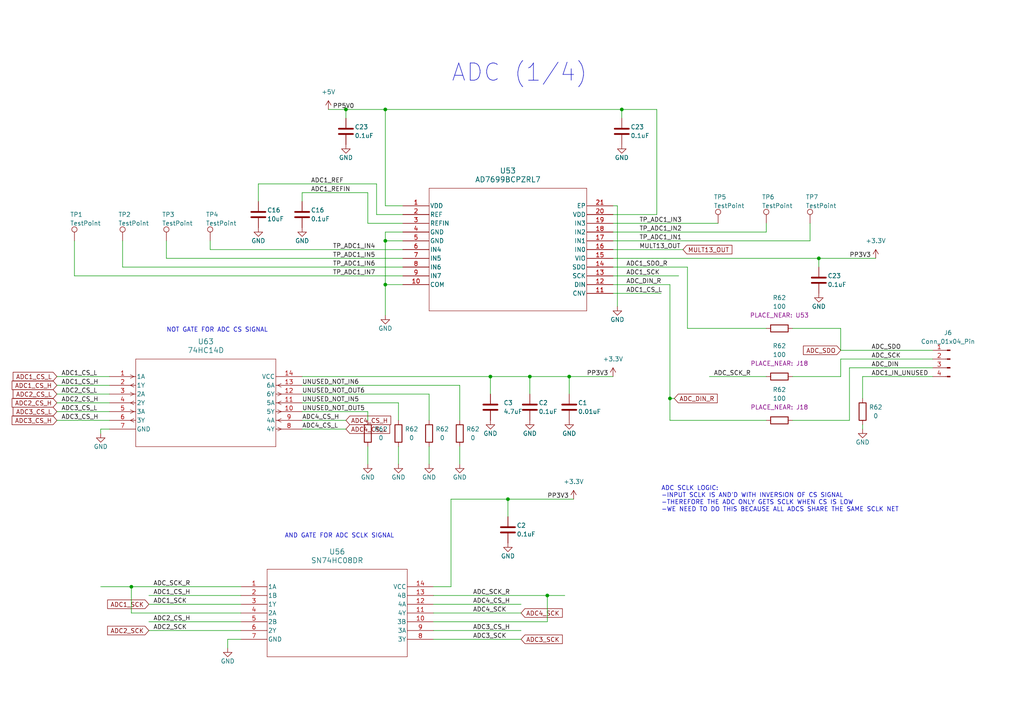
<source format=kicad_sch>
(kicad_sch (version 20230121) (generator eeschema)
  (paper "A4")
  (lib_symbols
    (symbol "74HC14D:74HC14D" (pin_names (offset 0.254))
      (property "Reference" "U" (at 27.94 10.16 0))
      (property "Value" "74HC14D" (at 27.94 7.62 0))
      (symbol "74HC14D_0_1"
        (polyline (pts (xy 7.0993 -13.2207) (xy 6.0579 -12.7)) (stroke (width 0.127)))
        (polyline (pts (xy 7.0993 -12.1793) (xy 6.0579 -12.7)) (stroke (width 0.127)))
        (polyline (pts (xy 7.0993 -10.16) (xy 6.0579 -10.6807)) (stroke (width 0.127)))
        (polyline (pts (xy 7.0993 -10.16) (xy 6.0579 -9.6393)) (stroke (width 0.127)))
        (polyline (pts (xy 7.0993 -8.1407) (xy 6.0579 -7.62)) (stroke (width 0.127)))
        (polyline (pts (xy 7.0993 -7.0993) (xy 6.0579 -7.62)) (stroke (width 0.127)))
        (polyline (pts (xy 7.0993 -5.08) (xy 6.0579 -5.6007)) (stroke (width 0.127)))
        (polyline (pts (xy 7.0993 -5.08) (xy 6.0579 -4.5593)) (stroke (width 0.127)))
        (polyline (pts (xy 7.0993 -3.0607) (xy 6.0579 -2.54)) (stroke (width 0.127)))
        (polyline (pts (xy 7.0993 -2.0193) (xy 6.0579 -2.54)) (stroke (width 0.127)))
        (polyline (pts (xy 7.0993 0) (xy 6.0579 -0.5207)) (stroke (width 0.127)))
        (polyline (pts (xy 7.0993 0) (xy 6.0579 0.5207)) (stroke (width 0.127)))
        (polyline (pts (xy 7.62 -20.32) (xy 48.26 -20.32)) (stroke (width 0.127)))
        (polyline (pts (xy 7.62 5.08) (xy 7.62 -20.32)) (stroke (width 0.127)))
        (polyline (pts (xy 48.26 -20.32) (xy 48.26 5.08)) (stroke (width 0.127)))
        (polyline (pts (xy 48.26 5.08) (xy 7.62 5.08)) (stroke (width 0.127)))
        (polyline (pts (xy 48.7807 -15.7607) (xy 49.8221 -15.24)) (stroke (width 0.127)))
        (polyline (pts (xy 48.7807 -14.7193) (xy 49.8221 -15.24)) (stroke (width 0.127)))
        (polyline (pts (xy 48.7807 -12.7) (xy 49.8221 -13.2207)) (stroke (width 0.127)))
        (polyline (pts (xy 48.7807 -12.7) (xy 49.8221 -12.1793)) (stroke (width 0.127)))
        (polyline (pts (xy 48.7807 -10.6807) (xy 49.8221 -10.16)) (stroke (width 0.127)))
        (polyline (pts (xy 48.7807 -9.6393) (xy 49.8221 -10.16)) (stroke (width 0.127)))
        (polyline (pts (xy 48.7807 -7.62) (xy 49.8221 -8.1407)) (stroke (width 0.127)))
        (polyline (pts (xy 48.7807 -7.62) (xy 49.8221 -7.0993)) (stroke (width 0.127)))
        (polyline (pts (xy 48.7807 -5.6007) (xy 49.8221 -5.08)) (stroke (width 0.127)))
        (polyline (pts (xy 48.7807 -4.5593) (xy 49.8221 -5.08)) (stroke (width 0.127)))
        (polyline (pts (xy 48.7807 -2.54) (xy 49.8221 -3.0607)) (stroke (width 0.127)))
        (polyline (pts (xy 48.7807 -2.54) (xy 49.8221 -2.0193)) (stroke (width 0.127)))
        (pin input line (at 0 0 0) (length 7.62) (name "1A") (number "1"))
        (pin output line (at 55.88 -10.16 180) (length 7.62) (name "5Y") (number "10"))
        (pin input line (at 55.88 -7.62 180) (length 7.62) (name "5A") (number "11"))
        (pin output line (at 55.88 -5.08 180) (length 7.62) (name "6Y") (number "12"))
        (pin input line (at 55.88 -2.54 180) (length 7.62) (name "6A") (number "13"))
        (pin power_in line (at 55.88 0 180) (length 7.62) (name "VCC") (number "14"))
        (pin output line (at 0 -2.54 0) (length 7.62) (name "1Y") (number "2"))
        (pin input line (at 0 -5.08 0) (length 7.62) (name "2A") (number "3"))
        (pin output line (at 0 -7.62 0) (length 7.62) (name "2Y") (number "4"))
        (pin input line (at 0 -10.16 0) (length 7.62) (name "3A") (number "5"))
        (pin output line (at 0 -12.7 0) (length 7.62) (name "3Y") (number "6"))
        (pin power_in line (at 0 -15.24 0) (length 7.62) (name "GND") (number "7"))
        (pin output line (at 55.88 -15.24 180) (length 7.62) (name "4Y") (number "8"))
        (pin input line (at 55.88 -12.7 180) (length 7.62) (name "4A") (number "9"))
      )
    )
    (symbol "AD7699BCPZRL7:AD7699BCPZRL7" (pin_names (offset 0.254))
      (property "Reference" "U" (at 30.48 10.16 0))
      (property "Value" "AD7699BCPZRL7" (at 30.48 7.62 0))
      (symbol "AD7699BCPZRL7_0_1"
        (polyline (pts (xy 7.62 -30.48) (xy 53.34 -30.48)) (stroke (width 0.127)))
        (polyline (pts (xy 7.62 5.08) (xy 7.62 -30.48)) (stroke (width 0.127)))
        (polyline (pts (xy 53.34 -30.48) (xy 53.34 5.08)) (stroke (width 0.127)))
        (polyline (pts (xy 53.34 5.08) (xy 7.62 5.08)) (stroke (width 0.127)))
        (pin power_in line (at 0 0 0) (length 7.62) (name "VDD") (number "1"))
        (pin unspecified line (at 0 -22.86 0) (length 7.62) (name "COM") (number "10"))
        (pin unspecified line (at 60.96 -25.4 180) (length 7.62) (name "CNV") (number "11"))
        (pin unspecified line (at 60.96 -22.86 180) (length 7.62) (name "DIN") (number "12"))
        (pin unspecified line (at 60.96 -20.32 180) (length 7.62) (name "SCK") (number "13"))
        (pin unspecified line (at 60.96 -17.78 180) (length 7.62) (name "SDO") (number "14"))
        (pin power_in line (at 60.96 -15.24 180) (length 7.62) (name "VIO") (number "15"))
        (pin unspecified line (at 60.96 -12.7 180) (length 7.62) (name "IN0") (number "16"))
        (pin unspecified line (at 60.96 -10.16 180) (length 7.62) (name "IN1") (number "17"))
        (pin unspecified line (at 60.96 -7.62 180) (length 7.62) (name "IN2") (number "18"))
        (pin unspecified line (at 60.96 -5.08 180) (length 7.62) (name "IN3") (number "19"))
        (pin unspecified line (at 0 -2.54 0) (length 7.62) (name "REF") (number "2"))
        (pin power_in line (at 60.96 -2.54 180) (length 7.62) (name "VDD") (number "20"))
        (pin unspecified line (at 60.96 0 180) (length 7.62) (name "EP") (number "21"))
        (pin unspecified line (at 0 -5.08 0) (length 7.62) (name "REFIN") (number "3"))
        (pin unspecified line (at 0 -7.62 0) (length 7.62) (name "GND") (number "4"))
        (pin unspecified line (at 0 -10.16 0) (length 7.62) (name "GND") (number "5"))
        (pin unspecified line (at 0 -12.7 0) (length 7.62) (name "IN4") (number "6"))
        (pin unspecified line (at 0 -15.24 0) (length 7.62) (name "IN5") (number "7"))
        (pin unspecified line (at 0 -17.78 0) (length 7.62) (name "IN6") (number "8"))
        (pin unspecified line (at 0 -20.32 0) (length 7.62) (name "IN7") (number "9"))
      )
    )
    (symbol "Connector:Conn_01x04_Pin" (pin_names (offset 1.016) hide)
      (property "Reference" "J" (at 0 5.08 0))
      (property "Value" "Conn_01x04_Pin" (at 0 -7.62 0))
      (symbol "Conn_01x04_Pin_1_1"
        (polyline (pts (xy 1.27 -5.08) (xy 0.8636 -5.08)) (stroke (width 0.1524)))
        (polyline (pts (xy 1.27 -2.54) (xy 0.8636 -2.54)) (stroke (width 0.1524)))
        (polyline (pts (xy 1.27 0) (xy 0.8636 0)) (stroke (width 0.1524)))
        (polyline (pts (xy 1.27 2.54) (xy 0.8636 2.54)) (stroke (width 0.1524)))
        (rectangle (start 0.8636 -4.953) (end 0 -5.207) (stroke (width 0.1524)) (fill (type outline)))
        (rectangle (start 0.8636 -2.413) (end 0 -2.667) (stroke (width 0.1524)) (fill (type outline)))
        (rectangle (start 0.8636 0.127) (end 0 -0.127) (stroke (width 0.1524)) (fill (type outline)))
        (rectangle (start 0.8636 2.667) (end 0 2.413) (stroke (width 0.1524)) (fill (type outline)))
        (pin passive line (at 5.08 2.54 180) (length 3.81) (name "Pin_1") (number "1"))
        (pin passive line (at 5.08 0 180) (length 3.81) (name "Pin_2") (number "2"))
        (pin passive line (at 5.08 -2.54 180) (length 3.81) (name "Pin_3") (number "3"))
        (pin passive line (at 5.08 -5.08 180) (length 3.81) (name "Pin_4") (number "4"))
      )
    )
    (symbol "Connector:TestPoint" (pin_numbers hide) (pin_names (offset 0.762) hide)
      (property "Reference" "TP" (at 0 6.858 0))
      (property "Value" "TestPoint" (at 0 5.08 0))
      (symbol "TestPoint_0_1"
        (circle (center 0 3.302) (radius 0.762))
      )
      (symbol "TestPoint_1_1"
        (pin passive line (at 0 0 90) (length 2.54) (name "1") (number "1"))
      )
    )
    (symbol "Device:C" (pin_numbers hide) (pin_names (offset 0.254))
      (property "Reference" "C" (at 0.635 2.54 0))
      (property "Value" "C" (at 0.635 -2.54 0))
      (symbol "C_0_1"
        (polyline (pts (xy -2.032 -0.762) (xy 2.032 -0.762)) (stroke (width 0.508)))
        (polyline (pts (xy -2.032 0.762) (xy 2.032 0.762)) (stroke (width 0.508)))
      )
      (symbol "C_1_1"
        (pin passive line (at 0 3.81 270) (length 2.794) (name "~") (number "1"))
        (pin passive line (at 0 -3.81 90) (length 2.794) (name "~") (number "2"))
      )
    )
    (symbol "Device:R" (pin_numbers hide) (pin_names (offset 0))
      (property "Reference" "R" (at 2.032 0 90))
      (property "Value" "R" (at 0 0 90))
      (symbol "R_0_1"
        (rectangle (start -1.016 -2.54) (end 1.016 2.54) (stroke (width 0.254)))
      )
      (symbol "R_1_1"
        (pin passive line (at 0 3.81 270) (length 1.27) (name "~") (number "1"))
        (pin passive line (at 0 -3.81 90) (length 1.27) (name "~") (number "2"))
      )
    )
    (symbol "SN74HC08DR:SN74HC08DR" (pin_names (offset 0.254))
      (property "Reference" "U" (at 27.94 10.16 0))
      (property "Value" "SN74HC08DR" (at 27.94 7.62 0))
      (symbol "SN74HC08DR_0_1"
        (polyline (pts (xy 7.62 -20.32) (xy 48.26 -20.32)) (stroke (width 0.127)))
        (polyline (pts (xy 7.62 5.08) (xy 7.62 -20.32)) (stroke (width 0.127)))
        (polyline (pts (xy 48.26 -20.32) (xy 48.26 5.08)) (stroke (width 0.127)))
        (polyline (pts (xy 48.26 5.08) (xy 7.62 5.08)) (stroke (width 0.127)))
        (pin input line (at 0 0 0) (length 7.62) (name "1A") (number "1"))
        (pin input line (at 55.88 -10.16 180) (length 7.62) (name "3B") (number "10"))
        (pin output line (at 55.88 -7.62 180) (length 7.62) (name "4Y") (number "11"))
        (pin input line (at 55.88 -5.08 180) (length 7.62) (name "4A") (number "12"))
        (pin input line (at 55.88 -2.54 180) (length 7.62) (name "4B") (number "13"))
        (pin power_in line (at 55.88 0 180) (length 7.62) (name "VCC") (number "14"))
        (pin input line (at 0 -2.54 0) (length 7.62) (name "1B") (number "2"))
        (pin output line (at 0 -5.08 0) (length 7.62) (name "1Y") (number "3"))
        (pin input line (at 0 -7.62 0) (length 7.62) (name "2A") (number "4"))
        (pin input line (at 0 -10.16 0) (length 7.62) (name "2B") (number "5"))
        (pin output line (at 0 -12.7 0) (length 7.62) (name "2Y") (number "6"))
        (pin power_in line (at 0 -15.24 0) (length 7.62) (name "GND") (number "7"))
        (pin output line (at 55.88 -15.24 180) (length 7.62) (name "3Y") (number "8"))
        (pin input line (at 55.88 -12.7 180) (length 7.62) (name "3A") (number "9"))
      )
    )
    (symbol "power:+3.3V" (power) (pin_names (offset 0))
      (property "Value" "+3.3V" (at 0 3.556 0))
      (symbol "+3.3V_0_1"
        (polyline (pts (xy -0.762 1.27) (xy 0 2.54)))
        (polyline (pts (xy 0 0) (xy 0 2.54)))
        (polyline (pts (xy 0 2.54) (xy 0.762 1.27)))
      )
      (symbol "+3.3V_1_1"
        (pin power_in line (at 0 0 90) (length 0) hide (name "+3.3V") (number "1"))
      )
    )
    (symbol "power:+5V" (power) (pin_names (offset 0))
      (property "Value" "+5V" (at 0 3.556 0))
      (symbol "+5V_0_1"
        (polyline (pts (xy -0.762 1.27) (xy 0 2.54)))
        (polyline (pts (xy 0 0) (xy 0 2.54)))
        (polyline (pts (xy 0 2.54) (xy 0.762 1.27)))
      )
      (symbol "+5V_1_1"
        (pin power_in line (at 0 0 90) (length 0) hide (name "+5V") (number "1"))
      )
    )
    (symbol "power:GND" (power) (pin_names (offset 0))
      (property "Value" "GND" (at 0 -3.81 0))
      (symbol "GND_0_1"
        (polyline (pts (xy 0 0) (xy 0 -1.27) (xy 1.27 -1.27) (xy 0 -2.54) (xy -1.27 -1.27) (xy 0 -1.27)))
      )
      (symbol "GND_1_1"
        (pin power_in line (at 0 0 270) (length 0) hide (name "GND") (number "1"))
      )
    )
  )
  (junction (at 147.32 144.78))
  (junction (at 100.33 31.75))
  (junction (at 158.75 172.72))
  (junction (at 165.1 109.22))
  (junction (at 38.1 170.18))
  (junction (at 111.76 31.75))
  (junction (at 111.76 82.55))
  (junction (at 153.67 109.22))
  (junction (at 237.49 74.93))
  (junction (at 111.76 69.85))
  (junction (at 194.31 115.57))
  (junction (at 180.34 31.75))
  (junction (at 142.24 109.22))
  (wire (pts (xy 87.63 111.76) (xy 133.35 111.76)))
  (wire (pts (xy 250.19 109.22) (xy 270.51 109.22)))
  (wire (pts (xy 243.84 104.14) (xy 270.51 104.14)))
  (wire (pts (xy 125.73 185.42) (xy 151.13 185.42)))
  (wire (pts (xy 16.51 119.38) (xy 31.75 119.38)))
  (wire (pts (xy 147.32 144.78) (xy 166.37 144.78)))
  (wire (pts (xy 124.46 129.54) (xy 124.46 134.62)))
  (wire (pts (xy 177.8 82.55) (xy 194.31 82.55)))
  (wire (pts (xy 194.31 121.92) (xy 222.25 121.92)))
  (wire (pts (xy 38.1 170.18) (xy 69.85 170.18)))
  (wire (pts (xy 147.32 144.78) (xy 147.32 149.86)))
  (wire (pts (xy 177.8 62.23) (xy 190.5 62.23)))
  (wire (pts (xy 237.49 74.93) (xy 254 74.93)))
  (wire (pts (xy 165.1 109.22) (xy 165.1 114.3)))
  (wire (pts (xy 246.38 106.68) (xy 270.51 106.68)))
  (wire (pts (xy 115.57 116.84) (xy 115.57 121.92)))
  (wire (pts (xy 106.68 55.88) (xy 106.68 64.77)))
  (wire (pts (xy 179.07 88.9) (xy 179.07 59.69)))
  (wire (pts (xy 190.5 31.75) (xy 180.34 31.75)))
  (wire (pts (xy 16.51 116.84) (xy 31.75 116.84)))
  (wire (pts (xy 133.35 111.76) (xy 133.35 121.92)))
  (wire (pts (xy 180.34 31.75) (xy 111.76 31.75)))
  (wire (pts (xy 48.26 69.85) (xy 48.26 74.93)))
  (wire (pts (xy 16.51 111.76) (xy 31.75 111.76)))
  (wire (pts (xy 48.26 74.93) (xy 116.84 74.93)))
  (wire (pts (xy 87.63 55.88) (xy 106.68 55.88)))
  (wire (pts (xy 177.8 72.39) (xy 198.12 72.39)))
  (wire (pts (xy 87.63 121.92) (xy 100.33 121.92)))
  (wire (pts (xy 60.96 69.85) (xy 60.96 72.39)))
  (wire (pts (xy 87.63 55.88) (xy 87.63 58.42)))
  (wire (pts (xy 125.73 172.72) (xy 158.75 172.72)))
  (wire (pts (xy 177.8 85.09) (xy 191.77 85.09)))
  (wire (pts (xy 106.68 129.54) (xy 106.68 134.62)))
  (wire (pts (xy 158.75 172.72) (xy 163.83 172.72)))
  (wire (pts (xy 177.8 69.85) (xy 234.95 69.85)))
  (wire (pts (xy 109.22 53.34) (xy 109.22 62.23)))
  (wire (pts (xy 111.76 69.85) (xy 111.76 82.55)))
  (wire (pts (xy 177.8 80.01) (xy 196.85 80.01)))
  (wire (pts (xy 74.93 53.34) (xy 109.22 53.34)))
  (wire (pts (xy 35.56 77.47) (xy 116.84 77.47)))
  (wire (pts (xy 16.51 121.92) (xy 31.75 121.92)))
  (wire (pts (xy 165.1 109.22) (xy 177.8 109.22)))
  (wire (pts (xy 16.51 114.3) (xy 31.75 114.3)))
  (wire (pts (xy 60.96 72.39) (xy 116.84 72.39)))
  (wire (pts (xy 153.67 109.22) (xy 153.67 114.3)))
  (wire (pts (xy 180.34 31.75) (xy 180.34 34.29)))
  (wire (pts (xy 237.49 74.93) (xy 237.49 77.47)))
  (wire (pts (xy 66.04 185.42) (xy 69.85 185.42)))
  (wire (pts (xy 229.87 109.22) (xy 243.84 109.22)))
  (wire (pts (xy 111.76 59.69) (xy 111.76 31.75)))
  (wire (pts (xy 234.95 69.85) (xy 234.95 64.77)))
  (wire (pts (xy 158.75 180.34) (xy 158.75 172.72)))
  (wire (pts (xy 74.93 53.34) (xy 74.93 58.42)))
  (wire (pts (xy 125.73 175.26) (xy 151.13 175.26)))
  (wire (pts (xy 29.21 170.18) (xy 38.1 170.18)))
  (wire (pts (xy 246.38 121.92) (xy 246.38 106.68)))
  (wire (pts (xy 106.68 121.92) (xy 106.68 119.38)))
  (wire (pts (xy 195.58 115.57) (xy 194.31 115.57)))
  (wire (pts (xy 125.73 182.88) (xy 151.13 182.88)))
  (wire (pts (xy 243.84 109.22) (xy 243.84 104.14)))
  (wire (pts (xy 21.59 80.01) (xy 116.84 80.01)))
  (wire (pts (xy 100.33 31.75) (xy 100.33 34.29)))
  (wire (pts (xy 222.25 67.31) (xy 222.25 64.77)))
  (wire (pts (xy 177.8 74.93) (xy 237.49 74.93)))
  (wire (pts (xy 125.73 170.18) (xy 130.81 170.18)))
  (wire (pts (xy 87.63 116.84) (xy 115.57 116.84)))
  (wire (pts (xy 153.67 109.22) (xy 165.1 109.22)))
  (wire (pts (xy 222.25 95.25) (xy 199.39 95.25)))
  (wire (pts (xy 29.21 125.73) (xy 29.21 124.46)))
  (wire (pts (xy 43.18 182.88) (xy 69.85 182.88)))
  (wire (pts (xy 133.35 129.54) (xy 133.35 134.62)))
  (wire (pts (xy 130.81 144.78) (xy 147.32 144.78)))
  (wire (pts (xy 229.87 95.25) (xy 243.84 95.25)))
  (wire (pts (xy 125.73 180.34) (xy 158.75 180.34)))
  (wire (pts (xy 177.8 77.47) (xy 199.39 77.47)))
  (wire (pts (xy 177.8 67.31) (xy 222.25 67.31)))
  (wire (pts (xy 243.84 101.6) (xy 270.51 101.6)))
  (wire (pts (xy 142.24 109.22) (xy 142.24 114.3)))
  (wire (pts (xy 111.76 82.55) (xy 116.84 82.55)))
  (wire (pts (xy 179.07 59.69) (xy 177.8 59.69)))
  (wire (pts (xy 43.18 172.72) (xy 69.85 172.72)))
  (wire (pts (xy 125.73 177.8) (xy 151.13 177.8)))
  (wire (pts (xy 109.22 62.23) (xy 116.84 62.23)))
  (wire (pts (xy 38.1 177.8) (xy 38.1 170.18)))
  (wire (pts (xy 87.63 109.22) (xy 142.24 109.22)))
  (wire (pts (xy 29.21 124.46) (xy 31.75 124.46)))
  (wire (pts (xy 177.8 64.77) (xy 208.28 64.77)))
  (wire (pts (xy 87.63 124.46) (xy 100.33 124.46)))
  (wire (pts (xy 95.25 31.75) (xy 100.33 31.75)))
  (wire (pts (xy 250.19 124.46) (xy 250.19 123.19)))
  (wire (pts (xy 111.76 69.85) (xy 116.84 69.85)))
  (wire (pts (xy 190.5 62.23) (xy 190.5 31.75)))
  (wire (pts (xy 38.1 177.8) (xy 69.85 177.8)))
  (wire (pts (xy 21.59 69.85) (xy 21.59 80.01)))
  (wire (pts (xy 35.56 69.85) (xy 35.56 77.47)))
  (wire (pts (xy 106.68 64.77) (xy 116.84 64.77)))
  (wire (pts (xy 124.46 114.3) (xy 124.46 121.92)))
  (wire (pts (xy 194.31 82.55) (xy 194.31 115.57)))
  (wire (pts (xy 194.31 115.57) (xy 194.31 121.92)))
  (wire (pts (xy 229.87 121.92) (xy 246.38 121.92)))
  (wire (pts (xy 130.81 170.18) (xy 130.81 144.78)))
  (wire (pts (xy 111.76 67.31) (xy 111.76 69.85)))
  (wire (pts (xy 199.39 95.25) (xy 199.39 77.47)))
  (wire (pts (xy 87.63 114.3) (xy 124.46 114.3)))
  (wire (pts (xy 16.51 109.22) (xy 31.75 109.22)))
  (wire (pts (xy 111.76 82.55) (xy 111.76 91.44)))
  (wire (pts (xy 100.33 31.75) (xy 111.76 31.75)))
  (wire (pts (xy 116.84 67.31) (xy 111.76 67.31)))
  (wire (pts (xy 116.84 59.69) (xy 111.76 59.69)))
  (wire (pts (xy 205.74 109.22) (xy 222.25 109.22)))
  (wire (pts (xy 115.57 129.54) (xy 115.57 134.62)))
  (wire (pts (xy 106.68 119.38) (xy 87.63 119.38)))
  (wire (pts (xy 142.24 109.22) (xy 153.67 109.22)))
  (wire (pts (xy 250.19 115.57) (xy 250.19 109.22)))
  (wire (pts (xy 43.18 175.26) (xy 69.85 175.26)))
  (wire (pts (xy 43.18 180.34) (xy 69.85 180.34)))
  (wire (pts (xy 66.04 185.42) (xy 66.04 187.96)))
  (wire (pts (xy 243.84 95.25) (xy 243.84 101.6)))
  (text "NOT GATE FOR ADC CS SIGNAL" (at 48.26 96.52 0) (effects (font (size 1.27 1.27)) (justify left bottom)))
  (text "ADC (1/4)" (at 130.81 24.13 0) (effects (font (size 5 5)) (justify left bottom)))
  (text "AND GATE FOR ADC SCLK SIGNAL" (at 82.55 156.21 0) (effects (font (size 1.27 1.27)) (justify left bottom)))
  (text "ADC SCLK LOGIC:\n-INPUT SCLK IS AND'D WITH INVERSION OF CS SIGNAL\n-THEREFORE THE ADC ONLY GETS SCLK WHEN CS IS LOW\n-WE NEED TO DO THIS BECAUSE ALL ADCS SHARE THE SAME SCLK NET" (at 191.77 148.59 0) (effects (font (size 1.27 1.27)) (justify left bottom)))
  (label "ADC1_REFIN" (at 90.17 55.88 0))
  (label "PP5V0" (at 96.52 31.75 0))
  (label "ADC4_SCK" (at 137.16 177.8 0))
  (label "ADC2_SCK" (at 44.45 182.88 0))
  (label "ADC1_SCK" (at 181.61 80.01 0))
  (label "PP3V3" (at 158.75 144.78 0))
  (label "TP_ADC1_IN2" (at 185.42 67.31 0))
  (label "ADC1_REF" (at 90.17 53.34 0))
  (label "TP_ADC1_IN7" (at 96.52 80.01 0))
  (label "TP_ADC1_IN3" (at 185.42 64.77 0))
  (label "ADC_SCK_R" (at 44.45 170.18 0))
  (label "PP3V3" (at 246.38 74.93 0))
  (label "ADC2_CS_L" (at 17.78 114.3 0))
  (label "ADC3_CS_H" (at 17.78 121.92 0))
  (label "UNUSED_NOT_OUT6" (at 87.63 114.3 0))
  (label "ADC1_SCK" (at 44.45 175.26 0))
  (label "ADC1_CS_L" (at 17.78 109.22 0))
  (label "PP3V3" (at 170.18 109.22 0))
  (label "ADC4_CS_H" (at 137.16 175.26 0))
  (label "TP_ADC1_IN4" (at 96.52 72.39 0))
  (label "ADC3_CS_H" (at 137.16 182.88 0))
  (label "ADC_SDO" (at 252.73 101.6 0))
  (label "UNUSED_NOT_IN6" (at 87.63 111.76 0))
  (label "ADC1_CS_H" (at 17.78 111.76 0))
  (label "ADC_DIN_R" (at 181.61 82.55 0))
  (label "ADC1_CS_H" (at 44.45 172.72 0))
  (label "ADC1_CS_L" (at 181.61 85.09 0))
  (label "MULT13_OUT" (at 185.42 72.39 0))
  (label "ADC2_CS_H" (at 44.45 180.34 0))
  (label "ADC2_CS_H" (at 17.78 116.84 0))
  (label "UNUSED_NOT_IN5" (at 87.63 116.84 0))
  (label "ADC_DIN" (at 252.73 106.68 0))
  (label "ADC4_CS_L" (at 87.63 124.46 0))
  (label "ADC4_CS_H" (at 87.63 121.92 0))
  (label "UNUSED_NOT_OUT5" (at 87.63 119.38 0))
  (label "TP_ADC1_IN5" (at 96.52 74.93 0))
  (label "ADC_SCK_R" (at 137.16 172.72 0))
  (label "ADC1_IN_UNUSED" (at 252.73 109.22 0))
  (label "ADC1_SDO_R" (at 181.61 77.47 0))
  (label "ADC_SCK_R" (at 207.01 109.22 0))
  (label "TP_ADC1_IN1" (at 185.42 69.85 0))
  (label "ADC3_SCK" (at 137.16 185.42 0))
  (label "ADC_SCK" (at 252.73 104.14 0))
  (label "TP_ADC1_IN6" (at 96.52 77.47 0))
  (label "ADC3_CS_L" (at 17.78 119.38 0))
  (global_label "ADC_SDO" (shape input) (at 243.84 101.6 180) (property "Intersheetrefs" "${INTERSHEET_REFS}" (effects hide)))
  (global_label "ADC3_SCK" (shape input) (at 151.13 185.42 0) (property "Intersheetrefs" "${INTERSHEET_REFS}" (effects hide)))
  (global_label "ADC2_CS_H" (shape input) (at 16.51 116.84 180) (property "Intersheetrefs" "${INTERSHEET_REFS}" (effects hide)))
  (global_label "ADC4_CS_L" (shape input) (at 100.33 124.46 0) (property "Intersheetrefs" "${INTERSHEET_REFS}" (effects hide)))
  (global_label "ADC3_CS_L" (shape input) (at 16.51 119.38 180) (property "Intersheetrefs" "${INTERSHEET_REFS}" (effects hide)))
  (global_label "ADC4_CS_H" (shape input) (at 100.33 121.92 0) (property "Intersheetrefs" "${INTERSHEET_REFS}" (effects hide)))
  (global_label "ADC1_SCK" (shape input) (at 43.18 175.26 180) (property "Intersheetrefs" "${INTERSHEET_REFS}" (effects hide)))
  (global_label "ADC1_CS_H" (shape input) (at 16.51 111.76 180) (property "Intersheetrefs" "${INTERSHEET_REFS}" (effects hide)))
  (global_label "ADC2_SCK" (shape input) (at 43.18 182.88 180) (property "Intersheetrefs" "${INTERSHEET_REFS}" (effects hide)))
  (global_label "MULT13_OUT" (shape input) (at 198.0846 72.39 0) (property "Intersheetrefs" "${INTERSHEET_REFS}" (effects hide)))
  (global_label "ADC4_SCK" (shape input) (at 151.13 177.8 0) (property "Intersheetrefs" "${INTERSHEET_REFS}" (effects hide)))
  (global_label "ADC_DIN_R" (shape input) (at 195.58 115.57 0) (property "Intersheetrefs" "${INTERSHEET_REFS}" (effects hide)))
  (global_label "ADC1_CS_L" (shape input) (at 16.51 109.22 180) (property "Intersheetrefs" "${INTERSHEET_REFS}" (effects hide)))
  (global_label "ADC2_CS_L" (shape input) (at 16.51 114.3 180) (property "Intersheetrefs" "${INTERSHEET_REFS}" (effects hide)))
  (global_label "ADC3_CS_H" (shape input) (at 16.51 121.92 180) (property "Intersheetrefs" "${INTERSHEET_REFS}" (effects hide)))
  (symbol (lib_id "Device:R") (at 226.06 121.92 270) (unit 1)
    (property "Reference" "R62" (at 226.06 113.03 90))
    (property "Value" "100" (at 226.06 115.57 90))
    (property "Footprint" "Resistor_SMD:R_0805_2012Metric" (effects hide))
    (property "PLACE_NEAR" "J18" (at 226.06 118.11 90) (show_name))
    (instances (project "fydp" (path "" (reference "R62") (unit 1)) (path "" (reference "R35") (unit 1))) (project "untitled" (path "" (reference "R62") (unit 1))))
  )
  (symbol (lib_id "Device:C") (at 237.49 81.28 0) (unit 1)
    (property "Reference" "C23" (at 240.03 80.01 0) (effects (justify left)))
    (property "Value" "0.1uF" (at 240.03 82.55 0) (effects (justify left)))
    (property "Footprint" "Capacitor_SMD:C_0805_2012Metric" (effects hide))
    (instances (project "fydp" (path "" (reference "C23") (unit 1)) (path "" (reference "C70") (unit 1)) (path "" (reference "C142") (unit 1)) (path "" (reference "C166") (unit 1)) (path "" (reference "C208") (unit 1))) (project "untitled" (path "" (reference "C23") (unit 1))))
  )
  (symbol (lib_id "power:GND") (at 124.46 134.62 0) (mirror y) (unit 1)
    (property "Reference" "#PWR035" (effects hide))
    (property "Value" "GND" (at 124.46 138.43 0))
    (instances (project "fydp" (path "" (reference "#PWR035") (unit 1)) (path "" (reference "#PWR0106") (unit 1)) (path "" (reference "#PWR0214") (unit 1)) (path "" (reference "#PWR0250") (unit 1)) (path "" (reference "#PWR0363") (unit 1)) (path "" (reference "#PWR0318") (unit 1))) (project "untitled" (path "" (reference "#PWR035") (unit 1))))
  )
  (symbol (lib_id "Device:C") (at 74.93 62.23 0) (unit 1)
    (property "Reference" "C16" (at 77.47 60.96 0) (effects (justify left)))
    (property "Value" "10uF" (at 77.47 63.5 0) (effects (justify left)))
    (property "Footprint" "Capacitor_SMD:C_0805_2012Metric" (effects hide))
    (instances (project "fydp" (path "" (reference "C16") (unit 1)) (path "" (reference "C56") (unit 1)) (path "" (reference "C128") (unit 1)) (path "" (reference "C152") (unit 1)) (path "" (reference "C205") (unit 1))) (project "untitled" (path "" (reference "C16") (unit 1))))
  )
  (symbol (lib_id "Device:R") (at 115.57 125.73 0) (mirror y) (unit 1)
    (property "Reference" "R62" (at 119.38 124.46 0))
    (property "Value" "0" (at 119.38 127 0))
    (property "Footprint" "Resistor_SMD:R_0805_2012Metric" (effects hide))
    (instances (project "fydp" (path "" (reference "R62") (unit 1)) (path "" (reference "R38") (unit 1)) (path "" (reference "R36") (unit 1))) (project "untitled" (path "" (reference "R62") (unit 1))))
  )
  (symbol (lib_id "Device:C") (at 142.24 118.11 0) (unit 1)
    (property "Reference" "C3" (at 146.05 116.84 0) (effects (justify left)))
    (property "Value" "4.7uF" (at 146.05 119.38 0) (effects (justify left)))
    (property "Footprint" "Capacitor_SMD:C_0805_2012Metric" (effects hide))
    (instances (project "fydp" (path "" (reference "C3") (unit 1)) (path "" (reference "C61") (unit 1)) (path "" (reference "C109") (unit 1)) (path "" (reference "C227") (unit 1)) (path "" (reference "C228") (unit 1)) (path "" (reference "C239") (unit 1))))
  )
  (symbol (lib_id "power:GND") (at 250.19 124.46 0) (mirror y) (unit 1)
    (property "Reference" "#PWR035" (effects hide))
    (property "Value" "GND" (at 250.19 128.27 0))
    (instances (project "fydp" (path "" (reference "#PWR035") (unit 1)) (path "" (reference "#PWR0106") (unit 1)) (path "" (reference "#PWR0214") (unit 1)) (path "" (reference "#PWR0250") (unit 1)) (path "" (reference "#PWR0317") (unit 1)) (path "" (reference "#PWR0318") (unit 1))) (project "untitled" (path "" (reference "#PWR035") (unit 1))))
  )
  (symbol (lib_id "Device:C") (at 153.67 118.11 0) (unit 1)
    (property "Reference" "C2" (at 156.21 116.84 0) (effects (justify left)))
    (property "Value" "0.1uF" (at 156.21 119.38 0) (effects (justify left)))
    (property "Footprint" "Capacitor_SMD:C_0805_2012Metric" (effects hide))
    (instances (project "fydp" (path "" (reference "C2") (unit 1)) (path "" (reference "C57") (unit 1)) (path "" (reference "C105") (unit 1)) (path "" (reference "C226") (unit 1)) (path "" (reference "C229") (unit 1)) (path "" (reference "C240") (unit 1))))
  )
  (symbol (lib_id "power:+5V") (at 95.25 31.75 0) (unit 1)
    (property "Reference" "#PWR021" (effects hide))
    (property "Value" "+5V" (at 95.25 26.67 0))
    (instances (project "fydp" (path "" (reference "#PWR021") (unit 1)) (path "" (reference "#PWR052") (unit 1)) (path "" (reference "#PWR085") (unit 1)) (path "" (reference "#PWR0195") (unit 1))))
  )
  (symbol (lib_id "power:+3.3V") (at 177.8 109.22 0) (unit 1)
    (property "Reference" "#PWR013" (effects hide))
    (property "Value" "+3.3V" (at 177.8 104.14 0))
    (instances (project "fydp" (path "" (reference "#PWR013") (unit 1)) (path "" (reference "#PWR031") (unit 1)) (path "" (reference "#PWR0196") (unit 1))))
  )
  (symbol (lib_id "Connector:TestPoint") (at 35.56 69.85 0) (unit 1)
    (property "Reference" "TP2" (at 34.29 62.23 0) (effects (justify left)))
    (property "Value" "TestPoint" (at 34.29 64.77 0) (effects (justify left)))
    (property "Footprint" "TestPoint:TestPoint_Pad_1.0x1.0mm" (effects hide))
  )
  (symbol (lib_id "power:+3.3V") (at 254 74.93 0) (unit 1)
    (property "Reference" "#PWR013" (effects hide))
    (property "Value" "+3.3V" (at 254 69.85 0))
    (instances (project "fydp" (path "" (reference "#PWR013") (unit 1)) (path "" (reference "#PWR031") (unit 1)) (path "" (reference "#PWR0197") (unit 1))))
  )
  (symbol (lib_id "power:GND") (at 87.63 66.04 0) (unit 1)
    (property "Reference" "#PWR024" (effects hide))
    (property "Value" "GND" (at 87.63 69.85 0))
    (instances (project "fydp" (path "" (reference "#PWR024") (unit 1)) (path "" (reference "#PWR084") (unit 1)) (path "" (reference "#PWR0192") (unit 1)) (path "" (reference "#PWR0228") (unit 1)) (path "" (reference "#PWR0100") (unit 1))) (project "untitled" (path "" (reference "#PWR024") (unit 1))))
  )
  (symbol (lib_id "Connector:TestPoint") (at 48.26 69.85 0) (unit 1)
    (property "Reference" "TP3" (at 46.99 62.23 0) (effects (justify left)))
    (property "Value" "TestPoint" (at 46.99 64.77 0) (effects (justify left)))
    (property "Footprint" "TestPoint:TestPoint_Pad_1.0x1.0mm" (effects hide))
    (instances (project "fydp" (path "" (reference "TP3") (unit 1))) (project "untitled" (path "" (reference "TP2") (unit 1))))
  )
  (symbol (lib_id "power:GND") (at 147.32 157.48 0) (unit 1)
    (property "Reference" "#PWR08" (effects hide))
    (property "Value" "GND" (at 147.32 161.29 0))
    (instances (project "fydp" (path "" (reference "#PWR08") (unit 1)) (path "" (reference "#PWR085") (unit 1)) (path "" (reference "#PWR0157") (unit 1)) (path "" (reference "#PWR0328") (unit 1)) (path "" (reference "#PWR0334") (unit 1)) (path "" (reference "#PWR0351") (unit 1))))
  )
  (symbol (lib_id "power:GND") (at 66.04 187.96 0) (unit 1)
    (property "Reference" "#PWR035" (effects hide))
    (property "Value" "GND" (at 66.04 191.77 0))
    (instances (project "fydp" (path "" (reference "#PWR035") (unit 1)) (path "" (reference "#PWR0106") (unit 1)) (path "" (reference "#PWR0214") (unit 1)) (path "" (reference "#PWR0250") (unit 1)) (path "" (reference "#PWR0365") (unit 1))) (project "untitled" (path "" (reference "#PWR035") (unit 1))))
  )
  (symbol (lib_id "Device:C") (at 147.32 153.67 0) (unit 1)
    (property "Reference" "C2" (at 149.86 152.4 0) (effects (justify left)))
    (property "Value" "0.1uF" (at 149.86 154.94 0) (effects (justify left)))
    (property "Footprint" "Capacitor_SMD:C_0805_2012Metric" (effects hide))
    (instances (project "fydp" (path "" (reference "C2") (unit 1)) (path "" (reference "C57") (unit 1)) (path "" (reference "C105") (unit 1)) (path "" (reference "C226") (unit 1)) (path "" (reference "C229") (unit 1)) (path "" (reference "C237") (unit 1))))
  )
  (symbol (lib_id "Connector:TestPoint") (at 60.96 69.85 0) (unit 1)
    (property "Reference" "TP4" (at 59.69 62.23 0) (effects (justify left)))
    (property "Value" "TestPoint" (at 59.69 64.77 0) (effects (justify left)))
    (property "Footprint" "TestPoint:TestPoint_Pad_1.0x1.0mm" (effects hide))
    (instances (project "fydp" (path "" (reference "TP4") (unit 1))) (project "untitled" (path "" (reference "TP2") (unit 1))))
  )
  (symbol (lib_id "power:+3.3V") (at 166.37 144.78 0) (unit 1)
    (property "Reference" "#PWR013" (effects hide))
    (property "Value" "+3.3V" (at 166.37 139.7 0))
    (instances (project "fydp" (path "" (reference "#PWR013") (unit 1)) (path "" (reference "#PWR031") (unit 1)) (path "" (reference "#PWR0198") (unit 1))))
  )
  (symbol (lib_id "Device:R") (at 133.35 125.73 0) (mirror y) (unit 1)
    (property "Reference" "R62" (at 137.16 124.46 0))
    (property "Value" "0" (at 137.16 127 0))
    (property "Footprint" "Resistor_SMD:R_0805_2012Metric" (effects hide))
    (instances (project "fydp" (path "" (reference "R62") (unit 1)) (path "" (reference "R112") (unit 1)) (path "" (reference "R36") (unit 1))) (project "untitled" (path "" (reference "R62") (unit 1))))
  )
  (symbol (lib_id "Connector:TestPoint") (at 234.95 64.77 0) (unit 1)
    (property "Reference" "TP7" (at 233.68 57.15 0) (effects (justify left)))
    (property "Value" "TestPoint" (at 233.68 59.69 0) (effects (justify left)))
    (property "Footprint" "TestPoint:TestPoint_Pad_1.0x1.0mm" (effects hide))
    (instances (project "fydp" (path "" (reference "TP7") (unit 1))) (project "untitled" (path "" (reference "TP2") (unit 1))))
  )
  (symbol (lib_id "power:GND") (at 180.34 41.91 0) (unit 1)
    (property "Reference" "#PWR035" (effects hide))
    (property "Value" "GND" (at 180.34 45.72 0))
    (instances (project "fydp" (path "" (reference "#PWR035") (unit 1)) (path "" (reference "#PWR0106") (unit 1)) (path "" (reference "#PWR0214") (unit 1)) (path "" (reference "#PWR0250") (unit 1)) (path "" (reference "#PWR012") (unit 1)) (path "" (reference "#PWR0243") (unit 1))) (project "untitled" (path "" (reference "#PWR035") (unit 1))))
  )
  (symbol (lib_id "Device:R") (at 250.19 119.38 0) (mirror y) (unit 1)
    (property "Reference" "R62" (at 254 118.11 0))
    (property "Value" "0" (at 254 120.65 0))
    (property "Footprint" "Resistor_SMD:R_0805_2012Metric" (effects hide))
    (instances (project "fydp" (path "" (reference "R62") (unit 1)) (path "" (reference "R40") (unit 1)) (path "" (reference "R36") (unit 1))) (project "untitled" (path "" (reference "R62") (unit 1))))
  )
  (symbol (lib_id "Device:R") (at 124.46 125.73 0) (mirror y) (unit 1)
    (property "Reference" "R62" (at 128.27 124.46 0))
    (property "Value" "0" (at 128.27 127 0))
    (property "Footprint" "Resistor_SMD:R_0805_2012Metric" (effects hide))
    (instances (project "fydp" (path "" (reference "R62") (unit 1)) (path "" (reference "R39") (unit 1)) (path "" (reference "R36") (unit 1))) (project "untitled" (path "" (reference "R62") (unit 1))))
  )
  (symbol (lib_id "power:GND") (at 142.24 121.92 0) (unit 1)
    (property "Reference" "#PWR09" (effects hide))
    (property "Value" "GND" (at 142.24 125.73 0))
    (instances (project "fydp" (path "" (reference "#PWR09") (unit 1)) (path "" (reference "#PWR089") (unit 1)) (path "" (reference "#PWR0161") (unit 1)) (path "" (reference "#PWR0329") (unit 1)) (path "" (reference "#PWR0333") (unit 1)) (path "" (reference "#PWR0357") (unit 1))))
  )
  (symbol (lib_id "power:GND") (at 111.76 91.44 0) (unit 1)
    (property "Reference" "#PWR035" (effects hide))
    (property "Value" "GND" (at 111.76 95.25 0))
    (instances (project "fydp" (path "" (reference "#PWR035") (unit 1)) (path "" (reference "#PWR0106") (unit 1)) (path "" (reference "#PWR0214") (unit 1)) (path "" (reference "#PWR0250") (unit 1)) (path "" (reference "#PWR0136") (unit 1))) (project "untitled" (path "" (reference "#PWR035") (unit 1))))
  )
  (symbol (lib_id "power:GND") (at 100.33 41.91 0) (unit 1)
    (property "Reference" "#PWR035" (effects hide))
    (property "Value" "GND" (at 100.33 45.72 0))
    (instances (project "fydp" (path "" (reference "#PWR035") (unit 1)) (path "" (reference "#PWR0106") (unit 1)) (path "" (reference "#PWR0214") (unit 1)) (path "" (reference "#PWR0250") (unit 1)) (path "" (reference "#PWR0135") (unit 1))) (project "untitled" (path "" (reference "#PWR035") (unit 1))))
  )
  (symbol (lib_id "Device:R") (at 226.06 109.22 270) (unit 1)
    (property "Reference" "R62" (at 226.06 100.33 90))
    (property "Value" "100" (at 226.06 102.87 90))
    (property "Footprint" "Resistor_SMD:R_0805_2012Metric" (effects hide))
    (property "PLACE_NEAR" "J18" (at 226.06 105.41 90) (show_name))
    (instances (project "fydp" (path "" (reference "R62") (unit 1)) (path "" (reference "R34") (unit 1))) (project "untitled" (path "" (reference "R62") (unit 1))))
  )
  (symbol (lib_id "Connector:TestPoint") (at 21.59 69.85 0) (unit 1)
    (property "Reference" "TP1" (at 20.32 62.23 0) (effects (justify left)))
    (property "Value" "TestPoint" (at 20.32 64.77 0) (effects (justify left)))
    (property "Footprint" "TestPoint:TestPoint_Pad_1.0x1.0mm" (effects hide))
    (instances (project "fydp" (path "" (reference "TP1") (unit 1))) (project "untitled" (path "" (reference "TP2") (unit 1))))
  )
  (symbol (lib_id "SN74HC08DR:SN74HC08DR") (at 69.85 170.18 0) (unit 1)
    (property "Reference" "U56" (at 97.79 160.02 0) (effects (font (size 1.524 1.524))))
    (property "Value" "SN74HC08DR" (at 97.79 162.56 0) (effects (font (size 1.524 1.524))))
    (property "Footprint" "fydp:D14" (effects hide))
    (property "Datasheet" "SN74HC08DR" (effects hide))
  )
  (symbol (lib_id "power:GND") (at 165.1 121.92 0) (unit 1)
    (property "Reference" "#PWR07" (effects hide))
    (property "Value" "GND" (at 165.1 125.73 0))
    (instances (project "fydp" (path "" (reference "#PWR07") (unit 1)) (path "" (reference "#PWR083") (unit 1)) (path "" (reference "#PWR0155") (unit 1)) (path "" (reference "#PWR0327") (unit 1)) (path "" (reference "#PWR0335") (unit 1)) (path "" (reference "#PWR0359") (unit 1))))
  )
  (symbol (lib_id "Device:R") (at 226.06 95.25 270) (unit 1)
    (property "Reference" "R62" (at 226.06 86.36 90))
    (property "Value" "100" (at 226.06 88.9 90))
    (property "Footprint" "Resistor_SMD:R_0805_2012Metric" (effects hide))
    (property "PLACE_NEAR" "U53" (at 226.06 91.44 90) (show_name))
    (instances (project "fydp" (path "" (reference "R62") (unit 1)) (path "" (reference "R33") (unit 1))) (project "untitled" (path "" (reference "R62") (unit 1))))
  )
  (symbol (lib_id "Device:C") (at 100.33 38.1 0) (unit 1)
    (property "Reference" "C23" (at 102.87 36.83 0) (effects (justify left)))
    (property "Value" "0.1uF" (at 102.87 39.37 0) (effects (justify left)))
    (property "Footprint" "Capacitor_SMD:C_0805_2012Metric" (effects hide))
    (instances (project "fydp" (path "" (reference "C23") (unit 1)) (path "" (reference "C70") (unit 1)) (path "" (reference "C142") (unit 1)) (path "" (reference "C166") (unit 1)) (path "" (reference "C207") (unit 1))) (project "untitled" (path "" (reference "C23") (unit 1))))
  )
  (symbol (lib_id "power:GND") (at 106.68 134.62 0) (mirror y) (unit 1)
    (property "Reference" "#PWR035" (effects hide))
    (property "Value" "GND" (at 106.68 138.43 0))
    (instances (project "fydp" (path "" (reference "#PWR035") (unit 1)) (path "" (reference "#PWR0106") (unit 1)) (path "" (reference "#PWR0214") (unit 1)) (path "" (reference "#PWR0250") (unit 1)) (path "" (reference "#PWR0361") (unit 1)) (path "" (reference "#PWR0318") (unit 1))) (project "untitled" (path "" (reference "#PWR035") (unit 1))))
  )
  (symbol (lib_id "power:GND") (at 153.67 121.92 0) (unit 1)
    (property "Reference" "#PWR08" (effects hide))
    (property "Value" "GND" (at 153.67 125.73 0))
    (instances (project "fydp" (path "" (reference "#PWR08") (unit 1)) (path "" (reference "#PWR085") (unit 1)) (path "" (reference "#PWR0157") (unit 1)) (path "" (reference "#PWR0328") (unit 1)) (path "" (reference "#PWR0334") (unit 1)) (path "" (reference "#PWR0358") (unit 1))))
  )
  (symbol (lib_id "power:GND") (at 29.21 125.73 0) (unit 1)
    (property "Reference" "#PWR035" (effects hide))
    (property "Value" "GND" (at 29.21 129.54 0))
    (instances (project "fydp" (path "" (reference "#PWR035") (unit 1)) (path "" (reference "#PWR0106") (unit 1)) (path "" (reference "#PWR0214") (unit 1)) (path "" (reference "#PWR0250") (unit 1)) (path "" (reference "#PWR0360") (unit 1))) (project "untitled" (path "" (reference "#PWR035") (unit 1))))
  )
  (symbol (lib_id "power:GND") (at 133.35 134.62 0) (mirror y) (unit 1)
    (property "Reference" "#PWR035" (effects hide))
    (property "Value" "GND" (at 133.35 138.43 0))
    (instances (project "fydp" (path "" (reference "#PWR035") (unit 1)) (path "" (reference "#PWR0106") (unit 1)) (path "" (reference "#PWR0214") (unit 1)) (path "" (reference "#PWR0250") (unit 1)) (path "" (reference "#PWR0364") (unit 1)) (path "" (reference "#PWR0318") (unit 1))) (project "untitled" (path "" (reference "#PWR035") (unit 1))))
  )
  (symbol (lib_id "power:GND") (at 115.57 134.62 0) (mirror y) (unit 1)
    (property "Reference" "#PWR035" (effects hide))
    (property "Value" "GND" (at 115.57 138.43 0))
    (instances (project "fydp" (path "" (reference "#PWR035") (unit 1)) (path "" (reference "#PWR0106") (unit 1)) (path "" (reference "#PWR0214") (unit 1)) (path "" (reference "#PWR0250") (unit 1)) (path "" (reference "#PWR0362") (unit 1)) (path "" (reference "#PWR0318") (unit 1))) (project "untitled" (path "" (reference "#PWR035") (unit 1))))
  )
  (symbol (lib_id "74HC14D:74HC14D") (at 31.75 109.22 0) (unit 1)
    (property "Reference" "U63" (at 59.69 99.06 0) (effects (font (size 1.524 1.524))))
    (property "Value" "74HC14D" (at 59.69 101.6 0) (effects (font (size 1.524 1.524))))
    (property "Footprint" "fydp:SOT108-1_NEX" (effects hide))
    (property "Datasheet" "74HC14D" (effects hide))
  )
  (symbol (lib_id "power:GND") (at 179.07 88.9 0) (unit 1)
    (property "Reference" "#PWR035" (effects hide))
    (property "Value" "GND" (at 179.07 92.71 0))
    (instances (project "fydp" (path "" (reference "#PWR035") (unit 1)) (path "" (reference "#PWR0106") (unit 1)) (path "" (reference "#PWR0214") (unit 1)) (path "" (reference "#PWR0250") (unit 1)) (path "" (reference "#PWR0171") (unit 1))) (project "untitled" (path "" (reference "#PWR035") (unit 1))))
  )
  (symbol (lib_id "power:GND") (at 237.49 85.09 0) (unit 1)
    (property "Reference" "#PWR035" (effects hide))
    (property "Value" "GND" (at 237.49 88.9 0))
    (instances (project "fydp" (path "" (reference "#PWR035") (unit 1)) (path "" (reference "#PWR0106") (unit 1)) (path "" (reference "#PWR0214") (unit 1)) (path "" (reference "#PWR0250") (unit 1)) (path "" (reference "#PWR0172") (unit 1))) (project "untitled" (path "" (reference "#PWR035") (unit 1))))
  )
  (symbol (lib_id "Connector:TestPoint") (at 222.25 64.77 0) (unit 1)
    (property "Reference" "TP6" (at 220.98 57.15 0) (effects (justify left)))
    (property "Value" "TestPoint" (at 220.98 59.69 0) (effects (justify left)))
    (property "Footprint" "TestPoint:TestPoint_Pad_1.0x1.0mm" (effects hide))
    (instances (project "fydp" (path "" (reference "TP6") (unit 1))) (project "untitled" (path "" (reference "TP2") (unit 1))))
  )
  (symbol (lib_id "power:GND") (at 74.93 66.04 0) (unit 1)
    (property "Reference" "#PWR024" (effects hide))
    (property "Value" "GND" (at 74.93 69.85 0))
    (instances (project "fydp" (path "" (reference "#PWR024") (unit 1)) (path "" (reference "#PWR084") (unit 1)) (path "" (reference "#PWR0192") (unit 1)) (path "" (reference "#PWR0228") (unit 1)) (path "" (reference "#PWR099") (unit 1))) (project "untitled" (path "" (reference "#PWR024") (unit 1))))
  )
  (symbol (lib_id "Device:C") (at 165.1 118.11 0) (unit 1)
    (property "Reference" "C1" (at 167.64 116.84 0) (effects (justify left)))
    (property "Value" "0.01uF" (at 167.64 119.38 0) (effects (justify left)))
    (property "Footprint" "Capacitor_SMD:C_0805_2012Metric" (effects hide))
    (instances (project "fydp" (path "" (reference "C1") (unit 1)) (path "" (reference "C55") (unit 1)) (path "" (reference "C103") (unit 1)) (path "" (reference "C225") (unit 1)) (path "" (reference "C230") (unit 1)) (path "" (reference "C241") (unit 1))))
  )
  (symbol (lib_id "Connector:TestPoint") (at 208.28 64.77 0) (unit 1)
    (property "Reference" "TP5" (at 207.01 57.15 0) (effects (justify left)))
    (property "Value" "TestPoint" (at 207.01 59.69 0) (effects (justify left)))
    (property "Footprint" "TestPoint:TestPoint_Pad_1.0x1.0mm" (effects hide))
    (instances (project "fydp" (path "" (reference "TP5") (unit 1))) (project "untitled" (path "" (reference "TP2") (unit 1))))
  )
  (symbol (lib_id "Device:C") (at 180.34 38.1 0) (unit 1)
    (property "Reference" "C23" (at 182.88 36.83 0) (effects (justify left)))
    (property "Value" "0.1uF" (at 182.88 39.37 0) (effects (justify left)))
    (property "Footprint" "Capacitor_SMD:C_0805_2012Metric" (effects hide))
    (instances (project "fydp" (path "" (reference "C23") (unit 1)) (path "" (reference "C70") (unit 1)) (path "" (reference "C142") (unit 1)) (path "" (reference "C166") (unit 1)) (path "" (reference "C6") (unit 1)) (path "" (reference "C211") (unit 1))) (project "untitled" (path "" (reference "C23") (unit 1))))
  )
  (symbol (lib_id "Connector:Conn_01x04_Pin") (at 275.59 104.14 0) (mirror y) (unit 1)
    (property "Reference" "J6" (at 274.955 96.52 0))
    (property "Value" "Conn_01x04_Pin" (at 274.955 99.06 0))
    (property "Footprint" "Connector_PinHeader_2.54mm:PinHeader_1x04_P2.54mm_Vertical" (effects hide))
    (instances (project "fydp" (path "" (reference "J6") (unit 1)) (path "" (reference "J18") (unit 1))) (project "untitled" (path "" (reference "J6") (unit 1))))
  )
  (symbol (lib_id "Device:R") (at 106.68 125.73 0) (mirror y) (unit 1)
    (property "Reference" "R62" (at 110.49 124.46 0))
    (property "Value" "0" (at 110.49 127 0))
    (property "Footprint" "Resistor_SMD:R_0805_2012Metric" (effects hide))
    (instances (project "fydp" (path "" (reference "R62") (unit 1)) (path "" (reference "R37") (unit 1)) (path "" (reference "R36") (unit 1))) (project "untitled" (path "" (reference "R62") (unit 1))))
  )
  (symbol (lib_id "AD7699BCPZRL7:AD7699BCPZRL7") (at 116.84 59.69 0) (unit 1)
    (property "Reference" "U53" (at 147.32 49.53 0) (effects (font (size 1.524 1.524))))
    (property "Value" "AD7699BCPZRL7" (at 147.32 52.07 0) (effects (font (size 1.524 1.524))))
    (property "Footprint" "fydp:CP_20_4_ADI" (effects hide))
    (property "Datasheet" "AD7699BCPZRL7" (effects hide))
    (instances (project "fydp" (path "" (reference "U53") (unit 1))) (project "untitled" (path "" (reference "U57") (unit 1))))
  )
  (symbol (lib_id "Device:C") (at 87.63 62.23 0) (unit 1)
    (property "Reference" "C16" (at 90.17 60.96 0) (effects (justify left)))
    (property "Value" "0.1uF" (at 90.17 63.5 0) (effects (justify left)))
    (property "Footprint" "Capacitor_SMD:C_0805_2012Metric" (effects hide))
    (instances (project "fydp" (path "" (reference "C16") (unit 1)) (path "" (reference "C56") (unit 1)) (path "" (reference "C128") (unit 1)) (path "" (reference "C152") (unit 1)) (path "" (reference "C206") (unit 1))) (project "untitled" (path "" (reference "C16") (unit 1))))
  )
)
</source>
